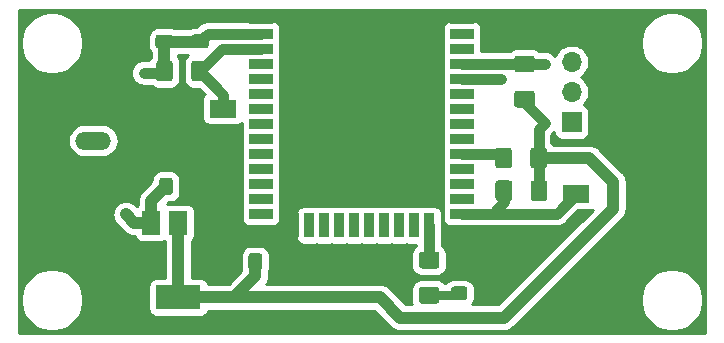
<source format=gtl>
G04 #@! TF.GenerationSoftware,KiCad,Pcbnew,(5.1.7-0-10_14)*
G04 #@! TF.CreationDate,2021-04-09T21:40:06+02:00*
G04 #@! TF.ProjectId,StralingslocatiePCB,53747261-6c69-46e6-9773-6c6f63617469,rev?*
G04 #@! TF.SameCoordinates,Original*
G04 #@! TF.FileFunction,Copper,L1,Top*
G04 #@! TF.FilePolarity,Positive*
%FSLAX46Y46*%
G04 Gerber Fmt 4.6, Leading zero omitted, Abs format (unit mm)*
G04 Created by KiCad (PCBNEW (5.1.7-0-10_14)) date 2021-04-09 21:40:06*
%MOMM*%
%LPD*%
G01*
G04 APERTURE LIST*
G04 #@! TA.AperFunction,SMDPad,CuDef*
%ADD10R,2.000000X0.900000*%
G04 #@! TD*
G04 #@! TA.AperFunction,SMDPad,CuDef*
%ADD11R,0.900000X2.000000*%
G04 #@! TD*
G04 #@! TA.AperFunction,SMDPad,CuDef*
%ADD12R,1.330000X1.330000*%
G04 #@! TD*
G04 #@! TA.AperFunction,ComponentPad*
%ADD13C,0.300000*%
G04 #@! TD*
G04 #@! TA.AperFunction,ComponentPad*
%ADD14O,1.700000X1.700000*%
G04 #@! TD*
G04 #@! TA.AperFunction,ComponentPad*
%ADD15R,1.700000X1.700000*%
G04 #@! TD*
G04 #@! TA.AperFunction,SMDPad,CuDef*
%ADD16R,2.300000X1.500000*%
G04 #@! TD*
G04 #@! TA.AperFunction,SMDPad,CuDef*
%ADD17R,3.800000X2.000000*%
G04 #@! TD*
G04 #@! TA.AperFunction,SMDPad,CuDef*
%ADD18R,1.500000X2.000000*%
G04 #@! TD*
G04 #@! TA.AperFunction,ComponentPad*
%ADD19O,3.014980X1.506220*%
G04 #@! TD*
G04 #@! TA.AperFunction,ViaPad*
%ADD20C,0.800000*%
G04 #@! TD*
G04 #@! TA.AperFunction,Conductor*
%ADD21C,0.406400*%
G04 #@! TD*
G04 #@! TA.AperFunction,Conductor*
%ADD22C,0.762000*%
G04 #@! TD*
G04 #@! TA.AperFunction,Conductor*
%ADD23C,1.016000*%
G04 #@! TD*
G04 #@! TA.AperFunction,Conductor*
%ADD24C,0.900000*%
G04 #@! TD*
G04 #@! TA.AperFunction,Conductor*
%ADD25C,0.254000*%
G04 #@! TD*
G04 #@! TA.AperFunction,Conductor*
%ADD26C,0.100000*%
G04 #@! TD*
G04 APERTURE END LIST*
D10*
X136702000Y-41160000D03*
X136702000Y-42430000D03*
X136702000Y-43700000D03*
X136702000Y-44970000D03*
X136702000Y-46240000D03*
X136702000Y-47510000D03*
X136702000Y-48780000D03*
X136702000Y-50050000D03*
X136702000Y-51320000D03*
X136702000Y-52590000D03*
X136702000Y-53860000D03*
X136702000Y-55130000D03*
X136702000Y-56400000D03*
X136702000Y-57670000D03*
D11*
X139487000Y-58670000D03*
X140757000Y-58670000D03*
X142027000Y-58670000D03*
X143297000Y-58670000D03*
X144567000Y-58670000D03*
X145837000Y-58670000D03*
X147107000Y-58670000D03*
X148377000Y-58670000D03*
X149647000Y-58670000D03*
X150917000Y-58670000D03*
D10*
X153702000Y-57670000D03*
X153702000Y-56400000D03*
X153702000Y-55130000D03*
X153702000Y-53860000D03*
X153702000Y-52590000D03*
X153702000Y-51320000D03*
X153702000Y-50050000D03*
X153702000Y-48780000D03*
X153702000Y-47510000D03*
X153702000Y-46240000D03*
X153702000Y-44970000D03*
X153702000Y-43700000D03*
X153702000Y-42430000D03*
X153702000Y-41160000D03*
D12*
X142367000Y-46825000D03*
X144202000Y-46825000D03*
X146037000Y-46825000D03*
X142367000Y-48660000D03*
X144202000Y-48660000D03*
X146037000Y-48660000D03*
X142367000Y-50495000D03*
X144202000Y-50495000D03*
X146037000Y-50495000D03*
D13*
X143284500Y-46825000D03*
X145119500Y-46825000D03*
X142367000Y-47742500D03*
X144202000Y-47742500D03*
X146037000Y-47742500D03*
X143284500Y-48660000D03*
X145119500Y-48660000D03*
X142367000Y-49577500D03*
X144202000Y-49577500D03*
X146037000Y-49577500D03*
X143284500Y-50495000D03*
X145119500Y-50495000D03*
G04 #@! TA.AperFunction,SMDPad,CuDef*
G36*
G01*
X130133500Y-55847725D02*
X130133500Y-54898275D01*
G75*
G02*
X130383775Y-54648000I250275J0D01*
G01*
X131058225Y-54648000D01*
G75*
G02*
X131308500Y-54898275I0J-250275D01*
G01*
X131308500Y-55847725D01*
G75*
G02*
X131058225Y-56098000I-250275J0D01*
G01*
X130383775Y-56098000D01*
G75*
G02*
X130133500Y-55847725I0J250275D01*
G01*
G37*
G04 #@! TD.AperFunction*
G04 #@! TA.AperFunction,SMDPad,CuDef*
G36*
G01*
X128058500Y-55848000D02*
X128058500Y-54898000D01*
G75*
G02*
X128308500Y-54648000I250000J0D01*
G01*
X128983500Y-54648000D01*
G75*
G02*
X129233500Y-54898000I0J-250000D01*
G01*
X129233500Y-55848000D01*
G75*
G02*
X128983500Y-56098000I-250000J0D01*
G01*
X128308500Y-56098000D01*
G75*
G02*
X128058500Y-55848000I0J250000D01*
G01*
G37*
G04 #@! TD.AperFunction*
G04 #@! TA.AperFunction,SMDPad,CuDef*
G36*
G01*
X132009000Y-43681000D02*
X131059000Y-43681000D01*
G75*
G02*
X130809000Y-43431000I0J250000D01*
G01*
X130809000Y-42756000D01*
G75*
G02*
X131059000Y-42506000I250000J0D01*
G01*
X132009000Y-42506000D01*
G75*
G02*
X132259000Y-42756000I0J-250000D01*
G01*
X132259000Y-43431000D01*
G75*
G02*
X132009000Y-43681000I-250000J0D01*
G01*
G37*
G04 #@! TD.AperFunction*
G04 #@! TA.AperFunction,SMDPad,CuDef*
G36*
G01*
X132008725Y-41606000D02*
X131059275Y-41606000D01*
G75*
G02*
X130809000Y-41355725I0J250275D01*
G01*
X130809000Y-40681275D01*
G75*
G02*
X131059275Y-40431000I250275J0D01*
G01*
X132008725Y-40431000D01*
G75*
G02*
X132259000Y-40681275I0J-250275D01*
G01*
X132259000Y-41355725D01*
G75*
G02*
X132008725Y-41606000I-250275J0D01*
G01*
G37*
G04 #@! TD.AperFunction*
G04 #@! TA.AperFunction,SMDPad,CuDef*
G36*
G01*
X137700000Y-62224725D02*
X137700000Y-61275275D01*
G75*
G02*
X137950275Y-61025000I250275J0D01*
G01*
X138624725Y-61025000D01*
G75*
G02*
X138875000Y-61275275I0J-250275D01*
G01*
X138875000Y-62224725D01*
G75*
G02*
X138624725Y-62475000I-250275J0D01*
G01*
X137950275Y-62475000D01*
G75*
G02*
X137700000Y-62224725I0J250275D01*
G01*
G37*
G04 #@! TD.AperFunction*
G04 #@! TA.AperFunction,SMDPad,CuDef*
G36*
G01*
X135625000Y-62225000D02*
X135625000Y-61275000D01*
G75*
G02*
X135875000Y-61025000I250000J0D01*
G01*
X136550000Y-61025000D01*
G75*
G02*
X136800000Y-61275000I0J-250000D01*
G01*
X136800000Y-62225000D01*
G75*
G02*
X136550000Y-62475000I-250000J0D01*
G01*
X135875000Y-62475000D01*
G75*
G02*
X135625000Y-62225000I0J250000D01*
G01*
G37*
G04 #@! TD.AperFunction*
G04 #@! TA.AperFunction,SMDPad,CuDef*
G36*
G01*
X128961000Y-43702500D02*
X128011000Y-43702500D01*
G75*
G02*
X127761000Y-43452500I0J250000D01*
G01*
X127761000Y-42777500D01*
G75*
G02*
X128011000Y-42527500I250000J0D01*
G01*
X128961000Y-42527500D01*
G75*
G02*
X129211000Y-42777500I0J-250000D01*
G01*
X129211000Y-43452500D01*
G75*
G02*
X128961000Y-43702500I-250000J0D01*
G01*
G37*
G04 #@! TD.AperFunction*
G04 #@! TA.AperFunction,SMDPad,CuDef*
G36*
G01*
X128960725Y-41627500D02*
X128011275Y-41627500D01*
G75*
G02*
X127761000Y-41377225I0J250275D01*
G01*
X127761000Y-40702775D01*
G75*
G02*
X128011275Y-40452500I250275J0D01*
G01*
X128960725Y-40452500D01*
G75*
G02*
X129211000Y-40702775I0J-250275D01*
G01*
X129211000Y-41377225D01*
G75*
G02*
X128960725Y-41627500I-250275J0D01*
G01*
G37*
G04 #@! TD.AperFunction*
G04 #@! TA.AperFunction,SMDPad,CuDef*
G36*
G01*
X153022550Y-61792000D02*
X153923450Y-61792000D01*
G75*
G02*
X154173000Y-62041550I0J-249550D01*
G01*
X154173000Y-62692450D01*
G75*
G02*
X153923450Y-62942000I-249550J0D01*
G01*
X153022550Y-62942000D01*
G75*
G02*
X152773000Y-62692450I0J249550D01*
G01*
X152773000Y-62041550D01*
G75*
G02*
X153022550Y-61792000I249550J0D01*
G01*
G37*
G04 #@! TD.AperFunction*
G04 #@! TA.AperFunction,SMDPad,CuDef*
G36*
G01*
X153022999Y-63842000D02*
X153923001Y-63842000D01*
G75*
G02*
X154173000Y-64091999I0J-249999D01*
G01*
X154173000Y-64742001D01*
G75*
G02*
X153923001Y-64992000I-249999J0D01*
G01*
X153022999Y-64992000D01*
G75*
G02*
X152773000Y-64742001I0J249999D01*
G01*
X152773000Y-64091999D01*
G75*
G02*
X153022999Y-63842000I249999J0D01*
G01*
G37*
G04 #@! TD.AperFunction*
D14*
X163000000Y-42310000D03*
X163000000Y-44850000D03*
X163000000Y-47390000D03*
D15*
X163000000Y-49930000D03*
G04 #@! TA.AperFunction,SMDPad,CuDef*
G36*
G01*
X159625000Y-45725000D02*
X158375000Y-45725000D01*
G75*
G02*
X158125000Y-45475000I0J250000D01*
G01*
X158125000Y-44550000D01*
G75*
G02*
X158375000Y-44300000I250000J0D01*
G01*
X159625000Y-44300000D01*
G75*
G02*
X159875000Y-44550000I0J-250000D01*
G01*
X159875000Y-45475000D01*
G75*
G02*
X159625000Y-45725000I-250000J0D01*
G01*
G37*
G04 #@! TD.AperFunction*
G04 #@! TA.AperFunction,SMDPad,CuDef*
G36*
G01*
X159625000Y-48700000D02*
X158375000Y-48700000D01*
G75*
G02*
X158125000Y-48450000I0J250000D01*
G01*
X158125000Y-47525000D01*
G75*
G02*
X158375000Y-47275000I250000J0D01*
G01*
X159625000Y-47275000D01*
G75*
G02*
X159875000Y-47525000I0J-250000D01*
G01*
X159875000Y-48450000D01*
G75*
G02*
X159625000Y-48700000I-250000J0D01*
G01*
G37*
G04 #@! TD.AperFunction*
G04 #@! TA.AperFunction,SMDPad,CuDef*
G36*
G01*
X132210000Y-44987000D02*
X132210000Y-46237000D01*
G75*
G02*
X131960000Y-46487000I-250000J0D01*
G01*
X131035000Y-46487000D01*
G75*
G02*
X130785000Y-46237000I0J250000D01*
G01*
X130785000Y-44987000D01*
G75*
G02*
X131035000Y-44737000I250000J0D01*
G01*
X131960000Y-44737000D01*
G75*
G02*
X132210000Y-44987000I0J-250000D01*
G01*
G37*
G04 #@! TD.AperFunction*
G04 #@! TA.AperFunction,SMDPad,CuDef*
G36*
G01*
X129235000Y-44987000D02*
X129235000Y-46237000D01*
G75*
G02*
X128985000Y-46487000I-250000J0D01*
G01*
X128060000Y-46487000D01*
G75*
G02*
X127810000Y-46237000I0J250000D01*
G01*
X127810000Y-44987000D01*
G75*
G02*
X128060000Y-44737000I250000J0D01*
G01*
X128985000Y-44737000D01*
G75*
G02*
X129235000Y-44987000I0J-250000D01*
G01*
G37*
G04 #@! TD.AperFunction*
G04 #@! TA.AperFunction,SMDPad,CuDef*
G36*
G01*
X151558000Y-65301500D02*
X150308000Y-65301500D01*
G75*
G02*
X150058000Y-65051500I0J250000D01*
G01*
X150058000Y-64126500D01*
G75*
G02*
X150308000Y-63876500I250000J0D01*
G01*
X151558000Y-63876500D01*
G75*
G02*
X151808000Y-64126500I0J-250000D01*
G01*
X151808000Y-65051500D01*
G75*
G02*
X151558000Y-65301500I-250000J0D01*
G01*
G37*
G04 #@! TD.AperFunction*
G04 #@! TA.AperFunction,SMDPad,CuDef*
G36*
G01*
X151558000Y-62326500D02*
X150308000Y-62326500D01*
G75*
G02*
X150058000Y-62076500I0J250000D01*
G01*
X150058000Y-61151500D01*
G75*
G02*
X150308000Y-60901500I250000J0D01*
G01*
X151558000Y-60901500D01*
G75*
G02*
X151808000Y-61151500I0J-250000D01*
G01*
X151808000Y-62076500D01*
G75*
G02*
X151558000Y-62326500I-250000J0D01*
G01*
G37*
G04 #@! TD.AperFunction*
G04 #@! TA.AperFunction,SMDPad,CuDef*
G36*
G01*
X159491500Y-53603000D02*
X159491500Y-52353000D01*
G75*
G02*
X159741500Y-52103000I250000J0D01*
G01*
X160666500Y-52103000D01*
G75*
G02*
X160916500Y-52353000I0J-250000D01*
G01*
X160916500Y-53603000D01*
G75*
G02*
X160666500Y-53853000I-250000J0D01*
G01*
X159741500Y-53853000D01*
G75*
G02*
X159491500Y-53603000I0J250000D01*
G01*
G37*
G04 #@! TD.AperFunction*
G04 #@! TA.AperFunction,SMDPad,CuDef*
G36*
G01*
X156516500Y-53603000D02*
X156516500Y-52353000D01*
G75*
G02*
X156766500Y-52103000I250000J0D01*
G01*
X157691500Y-52103000D01*
G75*
G02*
X157941500Y-52353000I0J-250000D01*
G01*
X157941500Y-53603000D01*
G75*
G02*
X157691500Y-53853000I-250000J0D01*
G01*
X156766500Y-53853000D01*
G75*
G02*
X156516500Y-53603000I0J250000D01*
G01*
G37*
G04 #@! TD.AperFunction*
G04 #@! TA.AperFunction,SMDPad,CuDef*
G36*
G01*
X157975000Y-55125000D02*
X157975000Y-56375000D01*
G75*
G02*
X157725000Y-56625000I-250000J0D01*
G01*
X156800000Y-56625000D01*
G75*
G02*
X156550000Y-56375000I0J250000D01*
G01*
X156550000Y-55125000D01*
G75*
G02*
X156800000Y-54875000I250000J0D01*
G01*
X157725000Y-54875000D01*
G75*
G02*
X157975000Y-55125000I0J-250000D01*
G01*
G37*
G04 #@! TD.AperFunction*
G04 #@! TA.AperFunction,SMDPad,CuDef*
G36*
G01*
X160950000Y-55125000D02*
X160950000Y-56375000D01*
G75*
G02*
X160700000Y-56625000I-250000J0D01*
G01*
X159775000Y-56625000D01*
G75*
G02*
X159525000Y-56375000I0J250000D01*
G01*
X159525000Y-55125000D01*
G75*
G02*
X159775000Y-54875000I250000J0D01*
G01*
X160700000Y-54875000D01*
G75*
G02*
X160950000Y-55125000I0J-250000D01*
G01*
G37*
G04 #@! TD.AperFunction*
D16*
X133503000Y-48787000D03*
X126803000Y-48787000D03*
X163400000Y-56000000D03*
X170100000Y-56000000D03*
D17*
X129705000Y-64771000D03*
D18*
X129705000Y-58471000D03*
X127405000Y-58471000D03*
X132005000Y-58471000D03*
D19*
X122500000Y-51502480D03*
X122500000Y-54997520D03*
D20*
X125250000Y-57750000D03*
X160750000Y-50000000D03*
X134000000Y-64750000D03*
X126750000Y-45750000D03*
X160750000Y-45000000D03*
X157000000Y-46250000D03*
D21*
X149654790Y-58677790D02*
X149647000Y-58670000D01*
D22*
X153301000Y-64589000D02*
X153473000Y-64417000D01*
X150933000Y-64589000D02*
X153301000Y-64589000D01*
D23*
X142367000Y-46825000D02*
X144202000Y-46825000D01*
X144202000Y-46825000D02*
X146037000Y-46825000D01*
X142367000Y-46825000D02*
X142367000Y-48660000D01*
X142367000Y-48660000D02*
X142367000Y-50495000D01*
X142367000Y-50495000D02*
X144202000Y-50495000D01*
X144202000Y-50495000D02*
X144202000Y-48660000D01*
X144202000Y-48660000D02*
X142367000Y-48660000D01*
X144202000Y-48660000D02*
X144202000Y-46825000D01*
X144202000Y-48660000D02*
X146037000Y-48660000D01*
X144202000Y-50495000D02*
X146037000Y-50495000D01*
X146037000Y-50495000D02*
X146037000Y-48660000D01*
X127405000Y-56614000D02*
X128646000Y-55373000D01*
X127405000Y-58471000D02*
X127405000Y-56614000D01*
X122500000Y-51502480D02*
X122502480Y-51502480D01*
X125971000Y-58471000D02*
X125250000Y-57750000D01*
X127405000Y-58471000D02*
X125971000Y-58471000D01*
X131512500Y-43115000D02*
X131534000Y-43093500D01*
X128486000Y-43115000D02*
X131512500Y-43115000D01*
X128486000Y-45575500D02*
X128522500Y-45612000D01*
X128486000Y-43115000D02*
X128486000Y-45575500D01*
X133515000Y-64771000D02*
X129705000Y-64771000D01*
X129705000Y-64771000D02*
X129705000Y-58471000D01*
X129705000Y-64771000D02*
X129705000Y-64705000D01*
X146771000Y-64771000D02*
X148500000Y-66500000D01*
X148500000Y-66500000D02*
X155500000Y-66500000D01*
X133515000Y-64771000D02*
X134271000Y-64771000D01*
X135021000Y-64771000D02*
X134771000Y-64771000D01*
X134771000Y-64771000D02*
X146771000Y-64771000D01*
X134271000Y-64771000D02*
X134771000Y-64771000D01*
D24*
X160204000Y-55716500D02*
X160237500Y-55750000D01*
X160204000Y-52978000D02*
X160204000Y-55716500D01*
X159000000Y-48250000D02*
X160750000Y-50000000D01*
X159000000Y-47987500D02*
X159000000Y-48250000D01*
X160204000Y-50546000D02*
X160750000Y-50000000D01*
X160204000Y-52978000D02*
X160204000Y-50546000D01*
D23*
X155500000Y-66500000D02*
X157250000Y-66500000D01*
X157250000Y-66500000D02*
X166500000Y-57250000D01*
X166500000Y-57250000D02*
X166500000Y-55000000D01*
X164478000Y-52978000D02*
X160204000Y-52978000D01*
X166500000Y-55000000D02*
X164478000Y-52978000D01*
D24*
X128384500Y-45750000D02*
X128522500Y-45612000D01*
X126750000Y-45750000D02*
X128384500Y-45750000D01*
D23*
X136212500Y-61750000D02*
X136212500Y-62962500D01*
X134425000Y-64750000D02*
X134000000Y-64750000D01*
X136212500Y-62962500D02*
X134425000Y-64750000D01*
D24*
X132197500Y-42430000D02*
X131534000Y-43093500D01*
X134702000Y-42430000D02*
X132197500Y-42430000D01*
X134702000Y-42430000D02*
X136702000Y-42430000D01*
D22*
X156841000Y-52590000D02*
X157229000Y-52978000D01*
D24*
X153702000Y-52590000D02*
X156841000Y-52590000D01*
X158957500Y-44970000D02*
X159000000Y-45012500D01*
X153702000Y-44970000D02*
X158957500Y-44970000D01*
X160737500Y-45012500D02*
X160750000Y-45000000D01*
X159000000Y-45012500D02*
X160737500Y-45012500D01*
X156990000Y-46240000D02*
X157000000Y-46250000D01*
X153702000Y-46240000D02*
X156990000Y-46240000D01*
D22*
X150933000Y-58686000D02*
X150917000Y-58670000D01*
D24*
X150917000Y-61598000D02*
X150933000Y-61614000D01*
X150917000Y-58670000D02*
X150917000Y-61598000D01*
D23*
X133497500Y-48781500D02*
X133503000Y-48787000D01*
D24*
X133409500Y-43700000D02*
X131497500Y-45612000D01*
X136702000Y-43700000D02*
X133409500Y-43700000D01*
X133503000Y-47617500D02*
X131497500Y-45612000D01*
X133503000Y-48787000D02*
X133503000Y-47617500D01*
X153702000Y-57670000D02*
X156330000Y-57670000D01*
X157262500Y-56737500D02*
X157262500Y-55750000D01*
X156330000Y-57670000D02*
X157262500Y-56737500D01*
X161730000Y-57670000D02*
X163400000Y-56000000D01*
X156330000Y-57670000D02*
X161730000Y-57670000D01*
D25*
X174315001Y-67815000D02*
X116185000Y-67815000D01*
X116185000Y-64740475D01*
X116365000Y-64740475D01*
X116365000Y-65259525D01*
X116466261Y-65768601D01*
X116664893Y-66248141D01*
X116953262Y-66679715D01*
X117320285Y-67046738D01*
X117751859Y-67335107D01*
X118231399Y-67533739D01*
X118740475Y-67635000D01*
X119259525Y-67635000D01*
X119768601Y-67533739D01*
X120248141Y-67335107D01*
X120679715Y-67046738D01*
X121046738Y-66679715D01*
X121335107Y-66248141D01*
X121533739Y-65768601D01*
X121635000Y-65259525D01*
X121635000Y-64740475D01*
X121533739Y-64231399D01*
X121335107Y-63751859D01*
X121046738Y-63320285D01*
X120679715Y-62953262D01*
X120248141Y-62664893D01*
X119768601Y-62466261D01*
X119259525Y-62365000D01*
X118740475Y-62365000D01*
X118231399Y-62466261D01*
X117751859Y-62664893D01*
X117320285Y-62953262D01*
X116953262Y-63320285D01*
X116664893Y-63751859D01*
X116466261Y-64231399D01*
X116365000Y-64740475D01*
X116185000Y-64740475D01*
X116185000Y-57750000D01*
X124101471Y-57750000D01*
X124123539Y-57974067D01*
X124188898Y-58189523D01*
X124295033Y-58388088D01*
X124402076Y-58518521D01*
X125123072Y-59239517D01*
X125158867Y-59283133D01*
X125332911Y-59425968D01*
X125531477Y-59532103D01*
X125681574Y-59577635D01*
X125746932Y-59597461D01*
X125767517Y-59599488D01*
X125914854Y-59614000D01*
X125914861Y-59614000D01*
X125971000Y-59619529D01*
X126027139Y-59614000D01*
X126034805Y-59614000D01*
X126065498Y-59715180D01*
X126124463Y-59825494D01*
X126203815Y-59922185D01*
X126300506Y-60001537D01*
X126410820Y-60060502D01*
X126530518Y-60096812D01*
X126655000Y-60109072D01*
X128155000Y-60109072D01*
X128279482Y-60096812D01*
X128399180Y-60060502D01*
X128509494Y-60001537D01*
X128555000Y-59964191D01*
X128562001Y-59969937D01*
X128562000Y-63132928D01*
X127805000Y-63132928D01*
X127680518Y-63145188D01*
X127560820Y-63181498D01*
X127450506Y-63240463D01*
X127353815Y-63319815D01*
X127274463Y-63416506D01*
X127215498Y-63526820D01*
X127179188Y-63646518D01*
X127166928Y-63771000D01*
X127166928Y-65771000D01*
X127179188Y-65895482D01*
X127215498Y-66015180D01*
X127274463Y-66125494D01*
X127353815Y-66222185D01*
X127450506Y-66301537D01*
X127560820Y-66360502D01*
X127680518Y-66396812D01*
X127805000Y-66409072D01*
X131605000Y-66409072D01*
X131729482Y-66396812D01*
X131849180Y-66360502D01*
X131959494Y-66301537D01*
X132056185Y-66222185D01*
X132135537Y-66125494D01*
X132194502Y-66015180D01*
X132225195Y-65914000D01*
X146297555Y-65914000D01*
X147652081Y-67268528D01*
X147687867Y-67312133D01*
X147731471Y-67347918D01*
X147731477Y-67347924D01*
X147842117Y-67438723D01*
X147861911Y-67454968D01*
X148060477Y-67561103D01*
X148210574Y-67606635D01*
X148275932Y-67626461D01*
X148298600Y-67628694D01*
X148443854Y-67643000D01*
X148443860Y-67643000D01*
X148499999Y-67648529D01*
X148556138Y-67643000D01*
X157193861Y-67643000D01*
X157250000Y-67648529D01*
X157306139Y-67643000D01*
X157306146Y-67643000D01*
X157474067Y-67626461D01*
X157689523Y-67561103D01*
X157888089Y-67454968D01*
X158062133Y-67312133D01*
X158097928Y-67268517D01*
X160625970Y-64740475D01*
X168865000Y-64740475D01*
X168865000Y-65259525D01*
X168966261Y-65768601D01*
X169164893Y-66248141D01*
X169453262Y-66679715D01*
X169820285Y-67046738D01*
X170251859Y-67335107D01*
X170731399Y-67533739D01*
X171240475Y-67635000D01*
X171759525Y-67635000D01*
X172268601Y-67533739D01*
X172748141Y-67335107D01*
X173179715Y-67046738D01*
X173546738Y-66679715D01*
X173835107Y-66248141D01*
X174033739Y-65768601D01*
X174135000Y-65259525D01*
X174135000Y-64740475D01*
X174033739Y-64231399D01*
X173835107Y-63751859D01*
X173546738Y-63320285D01*
X173179715Y-62953262D01*
X172748141Y-62664893D01*
X172268601Y-62466261D01*
X171759525Y-62365000D01*
X171240475Y-62365000D01*
X170731399Y-62466261D01*
X170251859Y-62664893D01*
X169820285Y-62953262D01*
X169453262Y-63320285D01*
X169164893Y-63751859D01*
X168966261Y-64231399D01*
X168865000Y-64740475D01*
X160625970Y-64740475D01*
X167268524Y-58097922D01*
X167312133Y-58062133D01*
X167454968Y-57888089D01*
X167561103Y-57689523D01*
X167626461Y-57474067D01*
X167643000Y-57306146D01*
X167643000Y-57306140D01*
X167648529Y-57250001D01*
X167643000Y-57193862D01*
X167643000Y-55056139D01*
X167648529Y-55000000D01*
X167643000Y-54943861D01*
X167643000Y-54943854D01*
X167626461Y-54775933D01*
X167614018Y-54734912D01*
X167591444Y-54660498D01*
X167561103Y-54560477D01*
X167454968Y-54361911D01*
X167312133Y-54187867D01*
X167268523Y-54152077D01*
X165325927Y-52209482D01*
X165290133Y-52165867D01*
X165116089Y-52023032D01*
X164917523Y-51916897D01*
X164702067Y-51851539D01*
X164534146Y-51835000D01*
X164534139Y-51835000D01*
X164478000Y-51829471D01*
X164421861Y-51835000D01*
X161384705Y-51835000D01*
X161294462Y-51725038D01*
X161289000Y-51720555D01*
X161289000Y-50995421D01*
X161479528Y-50804893D01*
X161511928Y-50778303D01*
X161511928Y-50780000D01*
X161524188Y-50904482D01*
X161560498Y-51024180D01*
X161619463Y-51134494D01*
X161698815Y-51231185D01*
X161795506Y-51310537D01*
X161905820Y-51369502D01*
X162025518Y-51405812D01*
X162150000Y-51418072D01*
X163850000Y-51418072D01*
X163974482Y-51405812D01*
X164094180Y-51369502D01*
X164204494Y-51310537D01*
X164301185Y-51231185D01*
X164380537Y-51134494D01*
X164439502Y-51024180D01*
X164475812Y-50904482D01*
X164488072Y-50780000D01*
X164488072Y-49080000D01*
X164475812Y-48955518D01*
X164439502Y-48835820D01*
X164380537Y-48725506D01*
X164301185Y-48628815D01*
X164204494Y-48549463D01*
X164094180Y-48490498D01*
X164021620Y-48468487D01*
X164153475Y-48336632D01*
X164315990Y-48093411D01*
X164427932Y-47823158D01*
X164485000Y-47536260D01*
X164485000Y-47243740D01*
X164427932Y-46956842D01*
X164315990Y-46686589D01*
X164153475Y-46443368D01*
X163946632Y-46236525D01*
X163772240Y-46120000D01*
X163946632Y-46003475D01*
X164153475Y-45796632D01*
X164315990Y-45553411D01*
X164427932Y-45283158D01*
X164485000Y-44996260D01*
X164485000Y-44703740D01*
X164427932Y-44416842D01*
X164315990Y-44146589D01*
X164153475Y-43903368D01*
X163946632Y-43696525D01*
X163703411Y-43534010D01*
X163433158Y-43422068D01*
X163146260Y-43365000D01*
X162853740Y-43365000D01*
X162566842Y-43422068D01*
X162296589Y-43534010D01*
X162053368Y-43696525D01*
X161846525Y-43903368D01*
X161684010Y-44146589D01*
X161606599Y-44333475D01*
X161520922Y-44229078D01*
X161355710Y-44093491D01*
X161167220Y-43992742D01*
X160962697Y-43930700D01*
X160750000Y-43909752D01*
X160569795Y-43927500D01*
X160257445Y-43927500D01*
X160252962Y-43922038D01*
X160118386Y-43811595D01*
X159964850Y-43729528D01*
X159798254Y-43678992D01*
X159625000Y-43661928D01*
X158375000Y-43661928D01*
X158201746Y-43678992D01*
X158035150Y-43729528D01*
X157881614Y-43811595D01*
X157792169Y-43885000D01*
X155340072Y-43885000D01*
X155340072Y-43250000D01*
X155327812Y-43125518D01*
X155309454Y-43065000D01*
X155327812Y-43004482D01*
X155329191Y-42990475D01*
X168865000Y-42990475D01*
X168865000Y-43509525D01*
X168966261Y-44018601D01*
X169164893Y-44498141D01*
X169453262Y-44929715D01*
X169820285Y-45296738D01*
X170251859Y-45585107D01*
X170731399Y-45783739D01*
X171240475Y-45885000D01*
X171759525Y-45885000D01*
X172268601Y-45783739D01*
X172748141Y-45585107D01*
X173179715Y-45296738D01*
X173546738Y-44929715D01*
X173835107Y-44498141D01*
X174033739Y-44018601D01*
X174135000Y-43509525D01*
X174135000Y-42990475D01*
X174033739Y-42481399D01*
X173835107Y-42001859D01*
X173546738Y-41570285D01*
X173179715Y-41203262D01*
X172748141Y-40914893D01*
X172268601Y-40716261D01*
X171759525Y-40615000D01*
X171240475Y-40615000D01*
X170731399Y-40716261D01*
X170251859Y-40914893D01*
X169820285Y-41203262D01*
X169453262Y-41570285D01*
X169164893Y-42001859D01*
X168966261Y-42481399D01*
X168865000Y-42990475D01*
X155329191Y-42990475D01*
X155340072Y-42880000D01*
X155340072Y-41980000D01*
X155327812Y-41855518D01*
X155291502Y-41735820D01*
X155232537Y-41625506D01*
X155153185Y-41528815D01*
X155056494Y-41449463D01*
X154946180Y-41390498D01*
X154826482Y-41354188D01*
X154702000Y-41341928D01*
X152702000Y-41341928D01*
X152577518Y-41354188D01*
X152457820Y-41390498D01*
X152347506Y-41449463D01*
X152250815Y-41528815D01*
X152171463Y-41625506D01*
X152112498Y-41735820D01*
X152076188Y-41855518D01*
X152063928Y-41980000D01*
X152063928Y-42880000D01*
X152076188Y-43004482D01*
X152094546Y-43065000D01*
X152076188Y-43125518D01*
X152063928Y-43250000D01*
X152063928Y-44150000D01*
X152076188Y-44274482D01*
X152094546Y-44335000D01*
X152076188Y-44395518D01*
X152063928Y-44520000D01*
X152063928Y-45420000D01*
X152076188Y-45544482D01*
X152094546Y-45605000D01*
X152076188Y-45665518D01*
X152063928Y-45790000D01*
X152063928Y-46690000D01*
X152076188Y-46814482D01*
X152094546Y-46875000D01*
X152076188Y-46935518D01*
X152063928Y-47060000D01*
X152063928Y-47960000D01*
X152076188Y-48084482D01*
X152094546Y-48145000D01*
X152076188Y-48205518D01*
X152063928Y-48330000D01*
X152063928Y-49230000D01*
X152076188Y-49354482D01*
X152094546Y-49415000D01*
X152076188Y-49475518D01*
X152063928Y-49600000D01*
X152063928Y-50500000D01*
X152076188Y-50624482D01*
X152094546Y-50685000D01*
X152076188Y-50745518D01*
X152063928Y-50870000D01*
X152063928Y-51770000D01*
X152076188Y-51894482D01*
X152094546Y-51955000D01*
X152076188Y-52015518D01*
X152063928Y-52140000D01*
X152063928Y-53040000D01*
X152076188Y-53164482D01*
X152094546Y-53225000D01*
X152076188Y-53285518D01*
X152063928Y-53410000D01*
X152063928Y-54310000D01*
X152076188Y-54434482D01*
X152094546Y-54495000D01*
X152076188Y-54555518D01*
X152063928Y-54680000D01*
X152063928Y-55580000D01*
X152076188Y-55704482D01*
X152094546Y-55765000D01*
X152076188Y-55825518D01*
X152063928Y-55950000D01*
X152063928Y-56850000D01*
X152076188Y-56974482D01*
X152094546Y-57035000D01*
X152076188Y-57095518D01*
X152063928Y-57220000D01*
X152063928Y-58120000D01*
X152076188Y-58244482D01*
X152112498Y-58364180D01*
X152171463Y-58474494D01*
X152250815Y-58571185D01*
X152347506Y-58650537D01*
X152457820Y-58709502D01*
X152577518Y-58745812D01*
X152702000Y-58758072D01*
X154702000Y-58758072D01*
X154733192Y-58755000D01*
X156276714Y-58755000D01*
X156330000Y-58760248D01*
X156383286Y-58755000D01*
X161676714Y-58755000D01*
X161730000Y-58760248D01*
X161783286Y-58755000D01*
X161783294Y-58755000D01*
X161942697Y-58739300D01*
X162147220Y-58677259D01*
X162335710Y-58576509D01*
X162500922Y-58440922D01*
X162534895Y-58399526D01*
X163546350Y-57388072D01*
X164550000Y-57388072D01*
X164674482Y-57375812D01*
X164793996Y-57339558D01*
X156776555Y-65357000D01*
X154561600Y-65357000D01*
X154661405Y-65235387D01*
X154743472Y-65081851D01*
X154794008Y-64915255D01*
X154811072Y-64742001D01*
X154811072Y-64091999D01*
X154794008Y-63918745D01*
X154743472Y-63752149D01*
X154661405Y-63598613D01*
X154550962Y-63464038D01*
X154416387Y-63353595D01*
X154262851Y-63271528D01*
X154096255Y-63220992D01*
X153923001Y-63203928D01*
X153022999Y-63203928D01*
X152849745Y-63220992D01*
X152683149Y-63271528D01*
X152529613Y-63353595D01*
X152395038Y-63464038D01*
X152305615Y-63573000D01*
X152247071Y-63573000D01*
X152185962Y-63498538D01*
X152051386Y-63388095D01*
X151897850Y-63306028D01*
X151731254Y-63255492D01*
X151558000Y-63238428D01*
X150308000Y-63238428D01*
X150134746Y-63255492D01*
X149968150Y-63306028D01*
X149814614Y-63388095D01*
X149680038Y-63498538D01*
X149569595Y-63633114D01*
X149487528Y-63786650D01*
X149436992Y-63953246D01*
X149419928Y-64126500D01*
X149419928Y-65051500D01*
X149436992Y-65224754D01*
X149477108Y-65357000D01*
X148973447Y-65357000D01*
X147618927Y-64002482D01*
X147583133Y-63958867D01*
X147409089Y-63816032D01*
X147210523Y-63709897D01*
X146995067Y-63644539D01*
X146827146Y-63628000D01*
X146827139Y-63628000D01*
X146771000Y-63622471D01*
X146714861Y-63628000D01*
X137144972Y-63628000D01*
X137167468Y-63600589D01*
X137265862Y-63416506D01*
X137273603Y-63402024D01*
X137338961Y-63186568D01*
X137340988Y-63165983D01*
X137355500Y-63018646D01*
X137355500Y-63018639D01*
X137361029Y-62962500D01*
X137355500Y-62906361D01*
X137355500Y-62592861D01*
X137370472Y-62564850D01*
X137421008Y-62398254D01*
X137438072Y-62225000D01*
X137438072Y-61275000D01*
X137421008Y-61101746D01*
X137370472Y-60935150D01*
X137288405Y-60781614D01*
X137177962Y-60647038D01*
X137043386Y-60536595D01*
X136889850Y-60454528D01*
X136723254Y-60403992D01*
X136550000Y-60386928D01*
X135875000Y-60386928D01*
X135701746Y-60403992D01*
X135535150Y-60454528D01*
X135381614Y-60536595D01*
X135247038Y-60647038D01*
X135136595Y-60781614D01*
X135054528Y-60935150D01*
X135003992Y-61101746D01*
X134986928Y-61275000D01*
X134986928Y-62225000D01*
X135003992Y-62398254D01*
X135040372Y-62518183D01*
X133951555Y-63607000D01*
X133943854Y-63607000D01*
X133775933Y-63623539D01*
X133761227Y-63628000D01*
X132225195Y-63628000D01*
X132194502Y-63526820D01*
X132135537Y-63416506D01*
X132056185Y-63319815D01*
X131959494Y-63240463D01*
X131849180Y-63181498D01*
X131729482Y-63145188D01*
X131605000Y-63132928D01*
X130848000Y-63132928D01*
X130848000Y-59969936D01*
X130906185Y-59922185D01*
X130985537Y-59825494D01*
X131044502Y-59715180D01*
X131080812Y-59595482D01*
X131093072Y-59471000D01*
X131093072Y-57471000D01*
X131080812Y-57346518D01*
X131044502Y-57226820D01*
X130985537Y-57116506D01*
X130906185Y-57019815D01*
X130809494Y-56940463D01*
X130699180Y-56881498D01*
X130579482Y-56845188D01*
X130455000Y-56832928D01*
X128955000Y-56832928D01*
X128830518Y-56845188D01*
X128772727Y-56862719D01*
X128899374Y-56736072D01*
X128983500Y-56736072D01*
X129156754Y-56719008D01*
X129323350Y-56668472D01*
X129476886Y-56586405D01*
X129611462Y-56475962D01*
X129721905Y-56341386D01*
X129803972Y-56187850D01*
X129854508Y-56021254D01*
X129871572Y-55848000D01*
X129871572Y-54898000D01*
X129854508Y-54724746D01*
X129803972Y-54558150D01*
X129721905Y-54404614D01*
X129611462Y-54270038D01*
X129476886Y-54159595D01*
X129323350Y-54077528D01*
X129156754Y-54026992D01*
X128983500Y-54009928D01*
X128308500Y-54009928D01*
X128135246Y-54026992D01*
X127968650Y-54077528D01*
X127815114Y-54159595D01*
X127680538Y-54270038D01*
X127570095Y-54404614D01*
X127488028Y-54558150D01*
X127437492Y-54724746D01*
X127420428Y-54898000D01*
X127420428Y-54982126D01*
X126636478Y-55766077D01*
X126592868Y-55801867D01*
X126557078Y-55845477D01*
X126557076Y-55845479D01*
X126555007Y-55848000D01*
X126450033Y-55975911D01*
X126371125Y-56123539D01*
X126343898Y-56174477D01*
X126278539Y-56389933D01*
X126256471Y-56614000D01*
X126262001Y-56670148D01*
X126262001Y-56972063D01*
X126203815Y-57019815D01*
X126173364Y-57056919D01*
X126018521Y-56902076D01*
X125888088Y-56795033D01*
X125689523Y-56688898D01*
X125474067Y-56623539D01*
X125250000Y-56601471D01*
X125025933Y-56623539D01*
X124810477Y-56688898D01*
X124611912Y-56795033D01*
X124437867Y-56937867D01*
X124295033Y-57111912D01*
X124188898Y-57310477D01*
X124123539Y-57525933D01*
X124101471Y-57750000D01*
X116185000Y-57750000D01*
X116185000Y-51502480D01*
X120350794Y-51502480D01*
X120377595Y-51774597D01*
X120456969Y-52036257D01*
X120585865Y-52277404D01*
X120759329Y-52488771D01*
X120970696Y-52662235D01*
X121211843Y-52791131D01*
X121473503Y-52870505D01*
X121677431Y-52890590D01*
X123322569Y-52890590D01*
X123526497Y-52870505D01*
X123788157Y-52791131D01*
X124029304Y-52662235D01*
X124240671Y-52488771D01*
X124414135Y-52277404D01*
X124543031Y-52036257D01*
X124622405Y-51774597D01*
X124649206Y-51502480D01*
X124622405Y-51230363D01*
X124543031Y-50968703D01*
X124414135Y-50727556D01*
X124240671Y-50516189D01*
X124029304Y-50342725D01*
X123788157Y-50213829D01*
X123526497Y-50134455D01*
X123322569Y-50114370D01*
X121677431Y-50114370D01*
X121473503Y-50134455D01*
X121211843Y-50213829D01*
X120970696Y-50342725D01*
X120759329Y-50516189D01*
X120585865Y-50727556D01*
X120456969Y-50968703D01*
X120377595Y-51230363D01*
X120350794Y-51502480D01*
X116185000Y-51502480D01*
X116185000Y-42990475D01*
X116365000Y-42990475D01*
X116365000Y-43509525D01*
X116466261Y-44018601D01*
X116664893Y-44498141D01*
X116953262Y-44929715D01*
X117320285Y-45296738D01*
X117751859Y-45585107D01*
X118231399Y-45783739D01*
X118740475Y-45885000D01*
X119259525Y-45885000D01*
X119768601Y-45783739D01*
X119850054Y-45750000D01*
X125659751Y-45750000D01*
X125680700Y-45962697D01*
X125742741Y-46167220D01*
X125843491Y-46355710D01*
X125979078Y-46520922D01*
X126144290Y-46656509D01*
X126332780Y-46757259D01*
X126537303Y-46819300D01*
X126696706Y-46835000D01*
X127407449Y-46835000D01*
X127432038Y-46864962D01*
X127566614Y-46975405D01*
X127720150Y-47057472D01*
X127886746Y-47108008D01*
X128060000Y-47125072D01*
X128985000Y-47125072D01*
X129158254Y-47108008D01*
X129324850Y-47057472D01*
X129478386Y-46975405D01*
X129612962Y-46864962D01*
X129723405Y-46730386D01*
X129805472Y-46576850D01*
X129856008Y-46410254D01*
X129873072Y-46237000D01*
X129873072Y-44987000D01*
X129856008Y-44813746D01*
X129805472Y-44647150D01*
X129723405Y-44493614D01*
X129629000Y-44378580D01*
X129629000Y-44258000D01*
X130530154Y-44258000D01*
X130407038Y-44359038D01*
X130296595Y-44493614D01*
X130214528Y-44647150D01*
X130163992Y-44813746D01*
X130146928Y-44987000D01*
X130146928Y-46237000D01*
X130163992Y-46410254D01*
X130214528Y-46576850D01*
X130296595Y-46730386D01*
X130407038Y-46864962D01*
X130541614Y-46975405D01*
X130695150Y-47057472D01*
X130861746Y-47108008D01*
X131035000Y-47125072D01*
X131476151Y-47125072D01*
X131921082Y-47570003D01*
X131901815Y-47585815D01*
X131822463Y-47682506D01*
X131763498Y-47792820D01*
X131727188Y-47912518D01*
X131714928Y-48037000D01*
X131714928Y-49537000D01*
X131727188Y-49661482D01*
X131763498Y-49781180D01*
X131822463Y-49891494D01*
X131901815Y-49988185D01*
X131998506Y-50067537D01*
X132108820Y-50126502D01*
X132228518Y-50162812D01*
X132353000Y-50175072D01*
X134653000Y-50175072D01*
X134777482Y-50162812D01*
X134897180Y-50126502D01*
X135007494Y-50067537D01*
X135063928Y-50021223D01*
X135063928Y-50500000D01*
X135076188Y-50624482D01*
X135094546Y-50685000D01*
X135076188Y-50745518D01*
X135063928Y-50870000D01*
X135063928Y-51770000D01*
X135076188Y-51894482D01*
X135094546Y-51955000D01*
X135076188Y-52015518D01*
X135063928Y-52140000D01*
X135063928Y-53040000D01*
X135076188Y-53164482D01*
X135094546Y-53225000D01*
X135076188Y-53285518D01*
X135063928Y-53410000D01*
X135063928Y-54310000D01*
X135076188Y-54434482D01*
X135094546Y-54495000D01*
X135076188Y-54555518D01*
X135063928Y-54680000D01*
X135063928Y-55580000D01*
X135076188Y-55704482D01*
X135094546Y-55765000D01*
X135076188Y-55825518D01*
X135063928Y-55950000D01*
X135063928Y-56850000D01*
X135076188Y-56974482D01*
X135094546Y-57035000D01*
X135076188Y-57095518D01*
X135063928Y-57220000D01*
X135063928Y-58120000D01*
X135076188Y-58244482D01*
X135112498Y-58364180D01*
X135171463Y-58474494D01*
X135250815Y-58571185D01*
X135347506Y-58650537D01*
X135457820Y-58709502D01*
X135577518Y-58745812D01*
X135702000Y-58758072D01*
X137702000Y-58758072D01*
X137826482Y-58745812D01*
X137946180Y-58709502D01*
X138056494Y-58650537D01*
X138153185Y-58571185D01*
X138232537Y-58474494D01*
X138291502Y-58364180D01*
X138327812Y-58244482D01*
X138340072Y-58120000D01*
X138340072Y-57670000D01*
X139668928Y-57670000D01*
X139668928Y-59670000D01*
X139681188Y-59794482D01*
X139717498Y-59914180D01*
X139776463Y-60024494D01*
X139855815Y-60121185D01*
X139952506Y-60200537D01*
X140062820Y-60259502D01*
X140182518Y-60295812D01*
X140307000Y-60308072D01*
X141207000Y-60308072D01*
X141331482Y-60295812D01*
X141392000Y-60277454D01*
X141452518Y-60295812D01*
X141577000Y-60308072D01*
X142477000Y-60308072D01*
X142601482Y-60295812D01*
X142662000Y-60277454D01*
X142722518Y-60295812D01*
X142847000Y-60308072D01*
X143747000Y-60308072D01*
X143871482Y-60295812D01*
X143932000Y-60277454D01*
X143992518Y-60295812D01*
X144117000Y-60308072D01*
X145017000Y-60308072D01*
X145141482Y-60295812D01*
X145202000Y-60277454D01*
X145262518Y-60295812D01*
X145387000Y-60308072D01*
X146287000Y-60308072D01*
X146411482Y-60295812D01*
X146472000Y-60277454D01*
X146532518Y-60295812D01*
X146657000Y-60308072D01*
X147557000Y-60308072D01*
X147681482Y-60295812D01*
X147742000Y-60277454D01*
X147802518Y-60295812D01*
X147927000Y-60308072D01*
X148827000Y-60308072D01*
X148951482Y-60295812D01*
X149012000Y-60277454D01*
X149072518Y-60295812D01*
X149197000Y-60308072D01*
X149832001Y-60308072D01*
X149832001Y-60403802D01*
X149814614Y-60413095D01*
X149680038Y-60523538D01*
X149569595Y-60658114D01*
X149487528Y-60811650D01*
X149436992Y-60978246D01*
X149419928Y-61151500D01*
X149419928Y-62076500D01*
X149436992Y-62249754D01*
X149487528Y-62416350D01*
X149569595Y-62569886D01*
X149680038Y-62704462D01*
X149814614Y-62814905D01*
X149968150Y-62896972D01*
X150134746Y-62947508D01*
X150308000Y-62964572D01*
X151558000Y-62964572D01*
X151731254Y-62947508D01*
X151897850Y-62896972D01*
X152051386Y-62814905D01*
X152185962Y-62704462D01*
X152296405Y-62569886D01*
X152378472Y-62416350D01*
X152429008Y-62249754D01*
X152446072Y-62076500D01*
X152446072Y-61151500D01*
X152429008Y-60978246D01*
X152378472Y-60811650D01*
X152296405Y-60658114D01*
X152185962Y-60523538D01*
X152051386Y-60413095D01*
X152002000Y-60386698D01*
X152002000Y-59701192D01*
X152005072Y-59670000D01*
X152005072Y-57670000D01*
X151992812Y-57545518D01*
X151956502Y-57425820D01*
X151897537Y-57315506D01*
X151818185Y-57218815D01*
X151721494Y-57139463D01*
X151611180Y-57080498D01*
X151491482Y-57044188D01*
X151367000Y-57031928D01*
X150467000Y-57031928D01*
X150342518Y-57044188D01*
X150282000Y-57062546D01*
X150221482Y-57044188D01*
X150097000Y-57031928D01*
X149197000Y-57031928D01*
X149072518Y-57044188D01*
X149012000Y-57062546D01*
X148951482Y-57044188D01*
X148827000Y-57031928D01*
X147927000Y-57031928D01*
X147802518Y-57044188D01*
X147742000Y-57062546D01*
X147681482Y-57044188D01*
X147557000Y-57031928D01*
X146657000Y-57031928D01*
X146532518Y-57044188D01*
X146472000Y-57062546D01*
X146411482Y-57044188D01*
X146287000Y-57031928D01*
X145387000Y-57031928D01*
X145262518Y-57044188D01*
X145202000Y-57062546D01*
X145141482Y-57044188D01*
X145017000Y-57031928D01*
X144117000Y-57031928D01*
X143992518Y-57044188D01*
X143932000Y-57062546D01*
X143871482Y-57044188D01*
X143747000Y-57031928D01*
X142847000Y-57031928D01*
X142722518Y-57044188D01*
X142662000Y-57062546D01*
X142601482Y-57044188D01*
X142477000Y-57031928D01*
X141577000Y-57031928D01*
X141452518Y-57044188D01*
X141392000Y-57062546D01*
X141331482Y-57044188D01*
X141207000Y-57031928D01*
X140307000Y-57031928D01*
X140182518Y-57044188D01*
X140062820Y-57080498D01*
X139952506Y-57139463D01*
X139855815Y-57218815D01*
X139776463Y-57315506D01*
X139717498Y-57425820D01*
X139681188Y-57545518D01*
X139668928Y-57670000D01*
X138340072Y-57670000D01*
X138340072Y-57220000D01*
X138327812Y-57095518D01*
X138309454Y-57035000D01*
X138327812Y-56974482D01*
X138340072Y-56850000D01*
X138340072Y-55950000D01*
X138327812Y-55825518D01*
X138309454Y-55765000D01*
X138327812Y-55704482D01*
X138340072Y-55580000D01*
X138340072Y-54680000D01*
X138327812Y-54555518D01*
X138309454Y-54495000D01*
X138327812Y-54434482D01*
X138340072Y-54310000D01*
X138340072Y-53410000D01*
X138327812Y-53285518D01*
X138309454Y-53225000D01*
X138327812Y-53164482D01*
X138340072Y-53040000D01*
X138340072Y-52140000D01*
X138327812Y-52015518D01*
X138309454Y-51955000D01*
X138327812Y-51894482D01*
X138340072Y-51770000D01*
X138340072Y-50870000D01*
X138327812Y-50745518D01*
X138309454Y-50685000D01*
X138327812Y-50624482D01*
X138340072Y-50500000D01*
X138340072Y-49600000D01*
X138327812Y-49475518D01*
X138309454Y-49415000D01*
X138327812Y-49354482D01*
X138340072Y-49230000D01*
X138340072Y-48330000D01*
X138327812Y-48205518D01*
X138309454Y-48145000D01*
X138327812Y-48084482D01*
X138340072Y-47960000D01*
X138340072Y-47060000D01*
X138327812Y-46935518D01*
X138309454Y-46875000D01*
X138327812Y-46814482D01*
X138340072Y-46690000D01*
X138340072Y-45790000D01*
X138327812Y-45665518D01*
X138309454Y-45605000D01*
X138327812Y-45544482D01*
X138340072Y-45420000D01*
X138340072Y-44520000D01*
X138327812Y-44395518D01*
X138309454Y-44335000D01*
X138327812Y-44274482D01*
X138340072Y-44150000D01*
X138340072Y-43250000D01*
X138327812Y-43125518D01*
X138309454Y-43065000D01*
X138327812Y-43004482D01*
X138340072Y-42880000D01*
X138340072Y-41980000D01*
X138327812Y-41855518D01*
X138291502Y-41735820D01*
X138232537Y-41625506D01*
X138153185Y-41528815D01*
X138056494Y-41449463D01*
X137946180Y-41390498D01*
X137826482Y-41354188D01*
X137702000Y-41341928D01*
X135702000Y-41341928D01*
X135670808Y-41345000D01*
X132250786Y-41345000D01*
X132197500Y-41339752D01*
X132144214Y-41345000D01*
X132144206Y-41345000D01*
X131984803Y-41360700D01*
X131780280Y-41422741D01*
X131591790Y-41523491D01*
X131426578Y-41659078D01*
X131392605Y-41700474D01*
X131225151Y-41867928D01*
X131059000Y-41867928D01*
X130885746Y-41884992D01*
X130719150Y-41935528D01*
X130650916Y-41972000D01*
X129328861Y-41972000D01*
X129300850Y-41957028D01*
X129134254Y-41906492D01*
X128961000Y-41889428D01*
X128011000Y-41889428D01*
X127837746Y-41906492D01*
X127671150Y-41957028D01*
X127517614Y-42039095D01*
X127383038Y-42149538D01*
X127272595Y-42284114D01*
X127190528Y-42437650D01*
X127139992Y-42604246D01*
X127122928Y-42777500D01*
X127122928Y-43452500D01*
X127139992Y-43625754D01*
X127190528Y-43792350D01*
X127272595Y-43945886D01*
X127343000Y-44031676D01*
X127343001Y-44467531D01*
X127321595Y-44493614D01*
X127239528Y-44647150D01*
X127234113Y-44665000D01*
X126696706Y-44665000D01*
X126537303Y-44680700D01*
X126332780Y-44742741D01*
X126144290Y-44843491D01*
X125979078Y-44979078D01*
X125843491Y-45144290D01*
X125742741Y-45332780D01*
X125680700Y-45537303D01*
X125659751Y-45750000D01*
X119850054Y-45750000D01*
X120248141Y-45585107D01*
X120679715Y-45296738D01*
X121046738Y-44929715D01*
X121335107Y-44498141D01*
X121533739Y-44018601D01*
X121635000Y-43509525D01*
X121635000Y-42990475D01*
X121533739Y-42481399D01*
X121335107Y-42001859D01*
X121046738Y-41570285D01*
X120679715Y-41203262D01*
X120248141Y-40914893D01*
X119768601Y-40716261D01*
X119259525Y-40615000D01*
X118740475Y-40615000D01*
X118231399Y-40716261D01*
X117751859Y-40914893D01*
X117320285Y-41203262D01*
X116953262Y-41570285D01*
X116664893Y-42001859D01*
X116466261Y-42481399D01*
X116365000Y-42990475D01*
X116185000Y-42990475D01*
X116185000Y-40435000D01*
X174315000Y-40435000D01*
X174315001Y-67815000D01*
G04 #@! TA.AperFunction,Conductor*
D26*
G36*
X174315001Y-67815000D02*
G01*
X116185000Y-67815000D01*
X116185000Y-64740475D01*
X116365000Y-64740475D01*
X116365000Y-65259525D01*
X116466261Y-65768601D01*
X116664893Y-66248141D01*
X116953262Y-66679715D01*
X117320285Y-67046738D01*
X117751859Y-67335107D01*
X118231399Y-67533739D01*
X118740475Y-67635000D01*
X119259525Y-67635000D01*
X119768601Y-67533739D01*
X120248141Y-67335107D01*
X120679715Y-67046738D01*
X121046738Y-66679715D01*
X121335107Y-66248141D01*
X121533739Y-65768601D01*
X121635000Y-65259525D01*
X121635000Y-64740475D01*
X121533739Y-64231399D01*
X121335107Y-63751859D01*
X121046738Y-63320285D01*
X120679715Y-62953262D01*
X120248141Y-62664893D01*
X119768601Y-62466261D01*
X119259525Y-62365000D01*
X118740475Y-62365000D01*
X118231399Y-62466261D01*
X117751859Y-62664893D01*
X117320285Y-62953262D01*
X116953262Y-63320285D01*
X116664893Y-63751859D01*
X116466261Y-64231399D01*
X116365000Y-64740475D01*
X116185000Y-64740475D01*
X116185000Y-57750000D01*
X124101471Y-57750000D01*
X124123539Y-57974067D01*
X124188898Y-58189523D01*
X124295033Y-58388088D01*
X124402076Y-58518521D01*
X125123072Y-59239517D01*
X125158867Y-59283133D01*
X125332911Y-59425968D01*
X125531477Y-59532103D01*
X125681574Y-59577635D01*
X125746932Y-59597461D01*
X125767517Y-59599488D01*
X125914854Y-59614000D01*
X125914861Y-59614000D01*
X125971000Y-59619529D01*
X126027139Y-59614000D01*
X126034805Y-59614000D01*
X126065498Y-59715180D01*
X126124463Y-59825494D01*
X126203815Y-59922185D01*
X126300506Y-60001537D01*
X126410820Y-60060502D01*
X126530518Y-60096812D01*
X126655000Y-60109072D01*
X128155000Y-60109072D01*
X128279482Y-60096812D01*
X128399180Y-60060502D01*
X128509494Y-60001537D01*
X128555000Y-59964191D01*
X128562001Y-59969937D01*
X128562000Y-63132928D01*
X127805000Y-63132928D01*
X127680518Y-63145188D01*
X127560820Y-63181498D01*
X127450506Y-63240463D01*
X127353815Y-63319815D01*
X127274463Y-63416506D01*
X127215498Y-63526820D01*
X127179188Y-63646518D01*
X127166928Y-63771000D01*
X127166928Y-65771000D01*
X127179188Y-65895482D01*
X127215498Y-66015180D01*
X127274463Y-66125494D01*
X127353815Y-66222185D01*
X127450506Y-66301537D01*
X127560820Y-66360502D01*
X127680518Y-66396812D01*
X127805000Y-66409072D01*
X131605000Y-66409072D01*
X131729482Y-66396812D01*
X131849180Y-66360502D01*
X131959494Y-66301537D01*
X132056185Y-66222185D01*
X132135537Y-66125494D01*
X132194502Y-66015180D01*
X132225195Y-65914000D01*
X146297555Y-65914000D01*
X147652081Y-67268528D01*
X147687867Y-67312133D01*
X147731471Y-67347918D01*
X147731477Y-67347924D01*
X147842117Y-67438723D01*
X147861911Y-67454968D01*
X148060477Y-67561103D01*
X148210574Y-67606635D01*
X148275932Y-67626461D01*
X148298600Y-67628694D01*
X148443854Y-67643000D01*
X148443860Y-67643000D01*
X148499999Y-67648529D01*
X148556138Y-67643000D01*
X157193861Y-67643000D01*
X157250000Y-67648529D01*
X157306139Y-67643000D01*
X157306146Y-67643000D01*
X157474067Y-67626461D01*
X157689523Y-67561103D01*
X157888089Y-67454968D01*
X158062133Y-67312133D01*
X158097928Y-67268517D01*
X160625970Y-64740475D01*
X168865000Y-64740475D01*
X168865000Y-65259525D01*
X168966261Y-65768601D01*
X169164893Y-66248141D01*
X169453262Y-66679715D01*
X169820285Y-67046738D01*
X170251859Y-67335107D01*
X170731399Y-67533739D01*
X171240475Y-67635000D01*
X171759525Y-67635000D01*
X172268601Y-67533739D01*
X172748141Y-67335107D01*
X173179715Y-67046738D01*
X173546738Y-66679715D01*
X173835107Y-66248141D01*
X174033739Y-65768601D01*
X174135000Y-65259525D01*
X174135000Y-64740475D01*
X174033739Y-64231399D01*
X173835107Y-63751859D01*
X173546738Y-63320285D01*
X173179715Y-62953262D01*
X172748141Y-62664893D01*
X172268601Y-62466261D01*
X171759525Y-62365000D01*
X171240475Y-62365000D01*
X170731399Y-62466261D01*
X170251859Y-62664893D01*
X169820285Y-62953262D01*
X169453262Y-63320285D01*
X169164893Y-63751859D01*
X168966261Y-64231399D01*
X168865000Y-64740475D01*
X160625970Y-64740475D01*
X167268524Y-58097922D01*
X167312133Y-58062133D01*
X167454968Y-57888089D01*
X167561103Y-57689523D01*
X167626461Y-57474067D01*
X167643000Y-57306146D01*
X167643000Y-57306140D01*
X167648529Y-57250001D01*
X167643000Y-57193862D01*
X167643000Y-55056139D01*
X167648529Y-55000000D01*
X167643000Y-54943861D01*
X167643000Y-54943854D01*
X167626461Y-54775933D01*
X167614018Y-54734912D01*
X167591444Y-54660498D01*
X167561103Y-54560477D01*
X167454968Y-54361911D01*
X167312133Y-54187867D01*
X167268523Y-54152077D01*
X165325927Y-52209482D01*
X165290133Y-52165867D01*
X165116089Y-52023032D01*
X164917523Y-51916897D01*
X164702067Y-51851539D01*
X164534146Y-51835000D01*
X164534139Y-51835000D01*
X164478000Y-51829471D01*
X164421861Y-51835000D01*
X161384705Y-51835000D01*
X161294462Y-51725038D01*
X161289000Y-51720555D01*
X161289000Y-50995421D01*
X161479528Y-50804893D01*
X161511928Y-50778303D01*
X161511928Y-50780000D01*
X161524188Y-50904482D01*
X161560498Y-51024180D01*
X161619463Y-51134494D01*
X161698815Y-51231185D01*
X161795506Y-51310537D01*
X161905820Y-51369502D01*
X162025518Y-51405812D01*
X162150000Y-51418072D01*
X163850000Y-51418072D01*
X163974482Y-51405812D01*
X164094180Y-51369502D01*
X164204494Y-51310537D01*
X164301185Y-51231185D01*
X164380537Y-51134494D01*
X164439502Y-51024180D01*
X164475812Y-50904482D01*
X164488072Y-50780000D01*
X164488072Y-49080000D01*
X164475812Y-48955518D01*
X164439502Y-48835820D01*
X164380537Y-48725506D01*
X164301185Y-48628815D01*
X164204494Y-48549463D01*
X164094180Y-48490498D01*
X164021620Y-48468487D01*
X164153475Y-48336632D01*
X164315990Y-48093411D01*
X164427932Y-47823158D01*
X164485000Y-47536260D01*
X164485000Y-47243740D01*
X164427932Y-46956842D01*
X164315990Y-46686589D01*
X164153475Y-46443368D01*
X163946632Y-46236525D01*
X163772240Y-46120000D01*
X163946632Y-46003475D01*
X164153475Y-45796632D01*
X164315990Y-45553411D01*
X164427932Y-45283158D01*
X164485000Y-44996260D01*
X164485000Y-44703740D01*
X164427932Y-44416842D01*
X164315990Y-44146589D01*
X164153475Y-43903368D01*
X163946632Y-43696525D01*
X163703411Y-43534010D01*
X163433158Y-43422068D01*
X163146260Y-43365000D01*
X162853740Y-43365000D01*
X162566842Y-43422068D01*
X162296589Y-43534010D01*
X162053368Y-43696525D01*
X161846525Y-43903368D01*
X161684010Y-44146589D01*
X161606599Y-44333475D01*
X161520922Y-44229078D01*
X161355710Y-44093491D01*
X161167220Y-43992742D01*
X160962697Y-43930700D01*
X160750000Y-43909752D01*
X160569795Y-43927500D01*
X160257445Y-43927500D01*
X160252962Y-43922038D01*
X160118386Y-43811595D01*
X159964850Y-43729528D01*
X159798254Y-43678992D01*
X159625000Y-43661928D01*
X158375000Y-43661928D01*
X158201746Y-43678992D01*
X158035150Y-43729528D01*
X157881614Y-43811595D01*
X157792169Y-43885000D01*
X155340072Y-43885000D01*
X155340072Y-43250000D01*
X155327812Y-43125518D01*
X155309454Y-43065000D01*
X155327812Y-43004482D01*
X155329191Y-42990475D01*
X168865000Y-42990475D01*
X168865000Y-43509525D01*
X168966261Y-44018601D01*
X169164893Y-44498141D01*
X169453262Y-44929715D01*
X169820285Y-45296738D01*
X170251859Y-45585107D01*
X170731399Y-45783739D01*
X171240475Y-45885000D01*
X171759525Y-45885000D01*
X172268601Y-45783739D01*
X172748141Y-45585107D01*
X173179715Y-45296738D01*
X173546738Y-44929715D01*
X173835107Y-44498141D01*
X174033739Y-44018601D01*
X174135000Y-43509525D01*
X174135000Y-42990475D01*
X174033739Y-42481399D01*
X173835107Y-42001859D01*
X173546738Y-41570285D01*
X173179715Y-41203262D01*
X172748141Y-40914893D01*
X172268601Y-40716261D01*
X171759525Y-40615000D01*
X171240475Y-40615000D01*
X170731399Y-40716261D01*
X170251859Y-40914893D01*
X169820285Y-41203262D01*
X169453262Y-41570285D01*
X169164893Y-42001859D01*
X168966261Y-42481399D01*
X168865000Y-42990475D01*
X155329191Y-42990475D01*
X155340072Y-42880000D01*
X155340072Y-41980000D01*
X155327812Y-41855518D01*
X155291502Y-41735820D01*
X155232537Y-41625506D01*
X155153185Y-41528815D01*
X155056494Y-41449463D01*
X154946180Y-41390498D01*
X154826482Y-41354188D01*
X154702000Y-41341928D01*
X152702000Y-41341928D01*
X152577518Y-41354188D01*
X152457820Y-41390498D01*
X152347506Y-41449463D01*
X152250815Y-41528815D01*
X152171463Y-41625506D01*
X152112498Y-41735820D01*
X152076188Y-41855518D01*
X152063928Y-41980000D01*
X152063928Y-42880000D01*
X152076188Y-43004482D01*
X152094546Y-43065000D01*
X152076188Y-43125518D01*
X152063928Y-43250000D01*
X152063928Y-44150000D01*
X152076188Y-44274482D01*
X152094546Y-44335000D01*
X152076188Y-44395518D01*
X152063928Y-44520000D01*
X152063928Y-45420000D01*
X152076188Y-45544482D01*
X152094546Y-45605000D01*
X152076188Y-45665518D01*
X152063928Y-45790000D01*
X152063928Y-46690000D01*
X152076188Y-46814482D01*
X152094546Y-46875000D01*
X152076188Y-46935518D01*
X152063928Y-47060000D01*
X152063928Y-47960000D01*
X152076188Y-48084482D01*
X152094546Y-48145000D01*
X152076188Y-48205518D01*
X152063928Y-48330000D01*
X152063928Y-49230000D01*
X152076188Y-49354482D01*
X152094546Y-49415000D01*
X152076188Y-49475518D01*
X152063928Y-49600000D01*
X152063928Y-50500000D01*
X152076188Y-50624482D01*
X152094546Y-50685000D01*
X152076188Y-50745518D01*
X152063928Y-50870000D01*
X152063928Y-51770000D01*
X152076188Y-51894482D01*
X152094546Y-51955000D01*
X152076188Y-52015518D01*
X152063928Y-52140000D01*
X152063928Y-53040000D01*
X152076188Y-53164482D01*
X152094546Y-53225000D01*
X152076188Y-53285518D01*
X152063928Y-53410000D01*
X152063928Y-54310000D01*
X152076188Y-54434482D01*
X152094546Y-54495000D01*
X152076188Y-54555518D01*
X152063928Y-54680000D01*
X152063928Y-55580000D01*
X152076188Y-55704482D01*
X152094546Y-55765000D01*
X152076188Y-55825518D01*
X152063928Y-55950000D01*
X152063928Y-56850000D01*
X152076188Y-56974482D01*
X152094546Y-57035000D01*
X152076188Y-57095518D01*
X152063928Y-57220000D01*
X152063928Y-58120000D01*
X152076188Y-58244482D01*
X152112498Y-58364180D01*
X152171463Y-58474494D01*
X152250815Y-58571185D01*
X152347506Y-58650537D01*
X152457820Y-58709502D01*
X152577518Y-58745812D01*
X152702000Y-58758072D01*
X154702000Y-58758072D01*
X154733192Y-58755000D01*
X156276714Y-58755000D01*
X156330000Y-58760248D01*
X156383286Y-58755000D01*
X161676714Y-58755000D01*
X161730000Y-58760248D01*
X161783286Y-58755000D01*
X161783294Y-58755000D01*
X161942697Y-58739300D01*
X162147220Y-58677259D01*
X162335710Y-58576509D01*
X162500922Y-58440922D01*
X162534895Y-58399526D01*
X163546350Y-57388072D01*
X164550000Y-57388072D01*
X164674482Y-57375812D01*
X164793996Y-57339558D01*
X156776555Y-65357000D01*
X154561600Y-65357000D01*
X154661405Y-65235387D01*
X154743472Y-65081851D01*
X154794008Y-64915255D01*
X154811072Y-64742001D01*
X154811072Y-64091999D01*
X154794008Y-63918745D01*
X154743472Y-63752149D01*
X154661405Y-63598613D01*
X154550962Y-63464038D01*
X154416387Y-63353595D01*
X154262851Y-63271528D01*
X154096255Y-63220992D01*
X153923001Y-63203928D01*
X153022999Y-63203928D01*
X152849745Y-63220992D01*
X152683149Y-63271528D01*
X152529613Y-63353595D01*
X152395038Y-63464038D01*
X152305615Y-63573000D01*
X152247071Y-63573000D01*
X152185962Y-63498538D01*
X152051386Y-63388095D01*
X151897850Y-63306028D01*
X151731254Y-63255492D01*
X151558000Y-63238428D01*
X150308000Y-63238428D01*
X150134746Y-63255492D01*
X149968150Y-63306028D01*
X149814614Y-63388095D01*
X149680038Y-63498538D01*
X149569595Y-63633114D01*
X149487528Y-63786650D01*
X149436992Y-63953246D01*
X149419928Y-64126500D01*
X149419928Y-65051500D01*
X149436992Y-65224754D01*
X149477108Y-65357000D01*
X148973447Y-65357000D01*
X147618927Y-64002482D01*
X147583133Y-63958867D01*
X147409089Y-63816032D01*
X147210523Y-63709897D01*
X146995067Y-63644539D01*
X146827146Y-63628000D01*
X146827139Y-63628000D01*
X146771000Y-63622471D01*
X146714861Y-63628000D01*
X137144972Y-63628000D01*
X137167468Y-63600589D01*
X137265862Y-63416506D01*
X137273603Y-63402024D01*
X137338961Y-63186568D01*
X137340988Y-63165983D01*
X137355500Y-63018646D01*
X137355500Y-63018639D01*
X137361029Y-62962500D01*
X137355500Y-62906361D01*
X137355500Y-62592861D01*
X137370472Y-62564850D01*
X137421008Y-62398254D01*
X137438072Y-62225000D01*
X137438072Y-61275000D01*
X137421008Y-61101746D01*
X137370472Y-60935150D01*
X137288405Y-60781614D01*
X137177962Y-60647038D01*
X137043386Y-60536595D01*
X136889850Y-60454528D01*
X136723254Y-60403992D01*
X136550000Y-60386928D01*
X135875000Y-60386928D01*
X135701746Y-60403992D01*
X135535150Y-60454528D01*
X135381614Y-60536595D01*
X135247038Y-60647038D01*
X135136595Y-60781614D01*
X135054528Y-60935150D01*
X135003992Y-61101746D01*
X134986928Y-61275000D01*
X134986928Y-62225000D01*
X135003992Y-62398254D01*
X135040372Y-62518183D01*
X133951555Y-63607000D01*
X133943854Y-63607000D01*
X133775933Y-63623539D01*
X133761227Y-63628000D01*
X132225195Y-63628000D01*
X132194502Y-63526820D01*
X132135537Y-63416506D01*
X132056185Y-63319815D01*
X131959494Y-63240463D01*
X131849180Y-63181498D01*
X131729482Y-63145188D01*
X131605000Y-63132928D01*
X130848000Y-63132928D01*
X130848000Y-59969936D01*
X130906185Y-59922185D01*
X130985537Y-59825494D01*
X131044502Y-59715180D01*
X131080812Y-59595482D01*
X131093072Y-59471000D01*
X131093072Y-57471000D01*
X131080812Y-57346518D01*
X131044502Y-57226820D01*
X130985537Y-57116506D01*
X130906185Y-57019815D01*
X130809494Y-56940463D01*
X130699180Y-56881498D01*
X130579482Y-56845188D01*
X130455000Y-56832928D01*
X128955000Y-56832928D01*
X128830518Y-56845188D01*
X128772727Y-56862719D01*
X128899374Y-56736072D01*
X128983500Y-56736072D01*
X129156754Y-56719008D01*
X129323350Y-56668472D01*
X129476886Y-56586405D01*
X129611462Y-56475962D01*
X129721905Y-56341386D01*
X129803972Y-56187850D01*
X129854508Y-56021254D01*
X129871572Y-55848000D01*
X129871572Y-54898000D01*
X129854508Y-54724746D01*
X129803972Y-54558150D01*
X129721905Y-54404614D01*
X129611462Y-54270038D01*
X129476886Y-54159595D01*
X129323350Y-54077528D01*
X129156754Y-54026992D01*
X128983500Y-54009928D01*
X128308500Y-54009928D01*
X128135246Y-54026992D01*
X127968650Y-54077528D01*
X127815114Y-54159595D01*
X127680538Y-54270038D01*
X127570095Y-54404614D01*
X127488028Y-54558150D01*
X127437492Y-54724746D01*
X127420428Y-54898000D01*
X127420428Y-54982126D01*
X126636478Y-55766077D01*
X126592868Y-55801867D01*
X126557078Y-55845477D01*
X126557076Y-55845479D01*
X126555007Y-55848000D01*
X126450033Y-55975911D01*
X126371125Y-56123539D01*
X126343898Y-56174477D01*
X126278539Y-56389933D01*
X126256471Y-56614000D01*
X126262001Y-56670148D01*
X126262001Y-56972063D01*
X126203815Y-57019815D01*
X126173364Y-57056919D01*
X126018521Y-56902076D01*
X125888088Y-56795033D01*
X125689523Y-56688898D01*
X125474067Y-56623539D01*
X125250000Y-56601471D01*
X125025933Y-56623539D01*
X124810477Y-56688898D01*
X124611912Y-56795033D01*
X124437867Y-56937867D01*
X124295033Y-57111912D01*
X124188898Y-57310477D01*
X124123539Y-57525933D01*
X124101471Y-57750000D01*
X116185000Y-57750000D01*
X116185000Y-51502480D01*
X120350794Y-51502480D01*
X120377595Y-51774597D01*
X120456969Y-52036257D01*
X120585865Y-52277404D01*
X120759329Y-52488771D01*
X120970696Y-52662235D01*
X121211843Y-52791131D01*
X121473503Y-52870505D01*
X121677431Y-52890590D01*
X123322569Y-52890590D01*
X123526497Y-52870505D01*
X123788157Y-52791131D01*
X124029304Y-52662235D01*
X124240671Y-52488771D01*
X124414135Y-52277404D01*
X124543031Y-52036257D01*
X124622405Y-51774597D01*
X124649206Y-51502480D01*
X124622405Y-51230363D01*
X124543031Y-50968703D01*
X124414135Y-50727556D01*
X124240671Y-50516189D01*
X124029304Y-50342725D01*
X123788157Y-50213829D01*
X123526497Y-50134455D01*
X123322569Y-50114370D01*
X121677431Y-50114370D01*
X121473503Y-50134455D01*
X121211843Y-50213829D01*
X120970696Y-50342725D01*
X120759329Y-50516189D01*
X120585865Y-50727556D01*
X120456969Y-50968703D01*
X120377595Y-51230363D01*
X120350794Y-51502480D01*
X116185000Y-51502480D01*
X116185000Y-42990475D01*
X116365000Y-42990475D01*
X116365000Y-43509525D01*
X116466261Y-44018601D01*
X116664893Y-44498141D01*
X116953262Y-44929715D01*
X117320285Y-45296738D01*
X117751859Y-45585107D01*
X118231399Y-45783739D01*
X118740475Y-45885000D01*
X119259525Y-45885000D01*
X119768601Y-45783739D01*
X119850054Y-45750000D01*
X125659751Y-45750000D01*
X125680700Y-45962697D01*
X125742741Y-46167220D01*
X125843491Y-46355710D01*
X125979078Y-46520922D01*
X126144290Y-46656509D01*
X126332780Y-46757259D01*
X126537303Y-46819300D01*
X126696706Y-46835000D01*
X127407449Y-46835000D01*
X127432038Y-46864962D01*
X127566614Y-46975405D01*
X127720150Y-47057472D01*
X127886746Y-47108008D01*
X128060000Y-47125072D01*
X128985000Y-47125072D01*
X129158254Y-47108008D01*
X129324850Y-47057472D01*
X129478386Y-46975405D01*
X129612962Y-46864962D01*
X129723405Y-46730386D01*
X129805472Y-46576850D01*
X129856008Y-46410254D01*
X129873072Y-46237000D01*
X129873072Y-44987000D01*
X129856008Y-44813746D01*
X129805472Y-44647150D01*
X129723405Y-44493614D01*
X129629000Y-44378580D01*
X129629000Y-44258000D01*
X130530154Y-44258000D01*
X130407038Y-44359038D01*
X130296595Y-44493614D01*
X130214528Y-44647150D01*
X130163992Y-44813746D01*
X130146928Y-44987000D01*
X130146928Y-46237000D01*
X130163992Y-46410254D01*
X130214528Y-46576850D01*
X130296595Y-46730386D01*
X130407038Y-46864962D01*
X130541614Y-46975405D01*
X130695150Y-47057472D01*
X130861746Y-47108008D01*
X131035000Y-47125072D01*
X131476151Y-47125072D01*
X131921082Y-47570003D01*
X131901815Y-47585815D01*
X131822463Y-47682506D01*
X131763498Y-47792820D01*
X131727188Y-47912518D01*
X131714928Y-48037000D01*
X131714928Y-49537000D01*
X131727188Y-49661482D01*
X131763498Y-49781180D01*
X131822463Y-49891494D01*
X131901815Y-49988185D01*
X131998506Y-50067537D01*
X132108820Y-50126502D01*
X132228518Y-50162812D01*
X132353000Y-50175072D01*
X134653000Y-50175072D01*
X134777482Y-50162812D01*
X134897180Y-50126502D01*
X135007494Y-50067537D01*
X135063928Y-50021223D01*
X135063928Y-50500000D01*
X135076188Y-50624482D01*
X135094546Y-50685000D01*
X135076188Y-50745518D01*
X135063928Y-50870000D01*
X135063928Y-51770000D01*
X135076188Y-51894482D01*
X135094546Y-51955000D01*
X135076188Y-52015518D01*
X135063928Y-52140000D01*
X135063928Y-53040000D01*
X135076188Y-53164482D01*
X135094546Y-53225000D01*
X135076188Y-53285518D01*
X135063928Y-53410000D01*
X135063928Y-54310000D01*
X135076188Y-54434482D01*
X135094546Y-54495000D01*
X135076188Y-54555518D01*
X135063928Y-54680000D01*
X135063928Y-55580000D01*
X135076188Y-55704482D01*
X135094546Y-55765000D01*
X135076188Y-55825518D01*
X135063928Y-55950000D01*
X135063928Y-56850000D01*
X135076188Y-56974482D01*
X135094546Y-57035000D01*
X135076188Y-57095518D01*
X135063928Y-57220000D01*
X135063928Y-58120000D01*
X135076188Y-58244482D01*
X135112498Y-58364180D01*
X135171463Y-58474494D01*
X135250815Y-58571185D01*
X135347506Y-58650537D01*
X135457820Y-58709502D01*
X135577518Y-58745812D01*
X135702000Y-58758072D01*
X137702000Y-58758072D01*
X137826482Y-58745812D01*
X137946180Y-58709502D01*
X138056494Y-58650537D01*
X138153185Y-58571185D01*
X138232537Y-58474494D01*
X138291502Y-58364180D01*
X138327812Y-58244482D01*
X138340072Y-58120000D01*
X138340072Y-57670000D01*
X139668928Y-57670000D01*
X139668928Y-59670000D01*
X139681188Y-59794482D01*
X139717498Y-59914180D01*
X139776463Y-60024494D01*
X139855815Y-60121185D01*
X139952506Y-60200537D01*
X140062820Y-60259502D01*
X140182518Y-60295812D01*
X140307000Y-60308072D01*
X141207000Y-60308072D01*
X141331482Y-60295812D01*
X141392000Y-60277454D01*
X141452518Y-60295812D01*
X141577000Y-60308072D01*
X142477000Y-60308072D01*
X142601482Y-60295812D01*
X142662000Y-60277454D01*
X142722518Y-60295812D01*
X142847000Y-60308072D01*
X143747000Y-60308072D01*
X143871482Y-60295812D01*
X143932000Y-60277454D01*
X143992518Y-60295812D01*
X144117000Y-60308072D01*
X145017000Y-60308072D01*
X145141482Y-60295812D01*
X145202000Y-60277454D01*
X145262518Y-60295812D01*
X145387000Y-60308072D01*
X146287000Y-60308072D01*
X146411482Y-60295812D01*
X146472000Y-60277454D01*
X146532518Y-60295812D01*
X146657000Y-60308072D01*
X147557000Y-60308072D01*
X147681482Y-60295812D01*
X147742000Y-60277454D01*
X147802518Y-60295812D01*
X147927000Y-60308072D01*
X148827000Y-60308072D01*
X148951482Y-60295812D01*
X149012000Y-60277454D01*
X149072518Y-60295812D01*
X149197000Y-60308072D01*
X149832001Y-60308072D01*
X149832001Y-60403802D01*
X149814614Y-60413095D01*
X149680038Y-60523538D01*
X149569595Y-60658114D01*
X149487528Y-60811650D01*
X149436992Y-60978246D01*
X149419928Y-61151500D01*
X149419928Y-62076500D01*
X149436992Y-62249754D01*
X149487528Y-62416350D01*
X149569595Y-62569886D01*
X149680038Y-62704462D01*
X149814614Y-62814905D01*
X149968150Y-62896972D01*
X150134746Y-62947508D01*
X150308000Y-62964572D01*
X151558000Y-62964572D01*
X151731254Y-62947508D01*
X151897850Y-62896972D01*
X152051386Y-62814905D01*
X152185962Y-62704462D01*
X152296405Y-62569886D01*
X152378472Y-62416350D01*
X152429008Y-62249754D01*
X152446072Y-62076500D01*
X152446072Y-61151500D01*
X152429008Y-60978246D01*
X152378472Y-60811650D01*
X152296405Y-60658114D01*
X152185962Y-60523538D01*
X152051386Y-60413095D01*
X152002000Y-60386698D01*
X152002000Y-59701192D01*
X152005072Y-59670000D01*
X152005072Y-57670000D01*
X151992812Y-57545518D01*
X151956502Y-57425820D01*
X151897537Y-57315506D01*
X151818185Y-57218815D01*
X151721494Y-57139463D01*
X151611180Y-57080498D01*
X151491482Y-57044188D01*
X151367000Y-57031928D01*
X150467000Y-57031928D01*
X150342518Y-57044188D01*
X150282000Y-57062546D01*
X150221482Y-57044188D01*
X150097000Y-57031928D01*
X149197000Y-57031928D01*
X149072518Y-57044188D01*
X149012000Y-57062546D01*
X148951482Y-57044188D01*
X148827000Y-57031928D01*
X147927000Y-57031928D01*
X147802518Y-57044188D01*
X147742000Y-57062546D01*
X147681482Y-57044188D01*
X147557000Y-57031928D01*
X146657000Y-57031928D01*
X146532518Y-57044188D01*
X146472000Y-57062546D01*
X146411482Y-57044188D01*
X146287000Y-57031928D01*
X145387000Y-57031928D01*
X145262518Y-57044188D01*
X145202000Y-57062546D01*
X145141482Y-57044188D01*
X145017000Y-57031928D01*
X144117000Y-57031928D01*
X143992518Y-57044188D01*
X143932000Y-57062546D01*
X143871482Y-57044188D01*
X143747000Y-57031928D01*
X142847000Y-57031928D01*
X142722518Y-57044188D01*
X142662000Y-57062546D01*
X142601482Y-57044188D01*
X142477000Y-57031928D01*
X141577000Y-57031928D01*
X141452518Y-57044188D01*
X141392000Y-57062546D01*
X141331482Y-57044188D01*
X141207000Y-57031928D01*
X140307000Y-57031928D01*
X140182518Y-57044188D01*
X140062820Y-57080498D01*
X139952506Y-57139463D01*
X139855815Y-57218815D01*
X139776463Y-57315506D01*
X139717498Y-57425820D01*
X139681188Y-57545518D01*
X139668928Y-57670000D01*
X138340072Y-57670000D01*
X138340072Y-57220000D01*
X138327812Y-57095518D01*
X138309454Y-57035000D01*
X138327812Y-56974482D01*
X138340072Y-56850000D01*
X138340072Y-55950000D01*
X138327812Y-55825518D01*
X138309454Y-55765000D01*
X138327812Y-55704482D01*
X138340072Y-55580000D01*
X138340072Y-54680000D01*
X138327812Y-54555518D01*
X138309454Y-54495000D01*
X138327812Y-54434482D01*
X138340072Y-54310000D01*
X138340072Y-53410000D01*
X138327812Y-53285518D01*
X138309454Y-53225000D01*
X138327812Y-53164482D01*
X138340072Y-53040000D01*
X138340072Y-52140000D01*
X138327812Y-52015518D01*
X138309454Y-51955000D01*
X138327812Y-51894482D01*
X138340072Y-51770000D01*
X138340072Y-50870000D01*
X138327812Y-50745518D01*
X138309454Y-50685000D01*
X138327812Y-50624482D01*
X138340072Y-50500000D01*
X138340072Y-49600000D01*
X138327812Y-49475518D01*
X138309454Y-49415000D01*
X138327812Y-49354482D01*
X138340072Y-49230000D01*
X138340072Y-48330000D01*
X138327812Y-48205518D01*
X138309454Y-48145000D01*
X138327812Y-48084482D01*
X138340072Y-47960000D01*
X138340072Y-47060000D01*
X138327812Y-46935518D01*
X138309454Y-46875000D01*
X138327812Y-46814482D01*
X138340072Y-46690000D01*
X138340072Y-45790000D01*
X138327812Y-45665518D01*
X138309454Y-45605000D01*
X138327812Y-45544482D01*
X138340072Y-45420000D01*
X138340072Y-44520000D01*
X138327812Y-44395518D01*
X138309454Y-44335000D01*
X138327812Y-44274482D01*
X138340072Y-44150000D01*
X138340072Y-43250000D01*
X138327812Y-43125518D01*
X138309454Y-43065000D01*
X138327812Y-43004482D01*
X138340072Y-42880000D01*
X138340072Y-41980000D01*
X138327812Y-41855518D01*
X138291502Y-41735820D01*
X138232537Y-41625506D01*
X138153185Y-41528815D01*
X138056494Y-41449463D01*
X137946180Y-41390498D01*
X137826482Y-41354188D01*
X137702000Y-41341928D01*
X135702000Y-41341928D01*
X135670808Y-41345000D01*
X132250786Y-41345000D01*
X132197500Y-41339752D01*
X132144214Y-41345000D01*
X132144206Y-41345000D01*
X131984803Y-41360700D01*
X131780280Y-41422741D01*
X131591790Y-41523491D01*
X131426578Y-41659078D01*
X131392605Y-41700474D01*
X131225151Y-41867928D01*
X131059000Y-41867928D01*
X130885746Y-41884992D01*
X130719150Y-41935528D01*
X130650916Y-41972000D01*
X129328861Y-41972000D01*
X129300850Y-41957028D01*
X129134254Y-41906492D01*
X128961000Y-41889428D01*
X128011000Y-41889428D01*
X127837746Y-41906492D01*
X127671150Y-41957028D01*
X127517614Y-42039095D01*
X127383038Y-42149538D01*
X127272595Y-42284114D01*
X127190528Y-42437650D01*
X127139992Y-42604246D01*
X127122928Y-42777500D01*
X127122928Y-43452500D01*
X127139992Y-43625754D01*
X127190528Y-43792350D01*
X127272595Y-43945886D01*
X127343000Y-44031676D01*
X127343001Y-44467531D01*
X127321595Y-44493614D01*
X127239528Y-44647150D01*
X127234113Y-44665000D01*
X126696706Y-44665000D01*
X126537303Y-44680700D01*
X126332780Y-44742741D01*
X126144290Y-44843491D01*
X125979078Y-44979078D01*
X125843491Y-45144290D01*
X125742741Y-45332780D01*
X125680700Y-45537303D01*
X125659751Y-45750000D01*
X119850054Y-45750000D01*
X120248141Y-45585107D01*
X120679715Y-45296738D01*
X121046738Y-44929715D01*
X121335107Y-44498141D01*
X121533739Y-44018601D01*
X121635000Y-43509525D01*
X121635000Y-42990475D01*
X121533739Y-42481399D01*
X121335107Y-42001859D01*
X121046738Y-41570285D01*
X120679715Y-41203262D01*
X120248141Y-40914893D01*
X119768601Y-40716261D01*
X119259525Y-40615000D01*
X118740475Y-40615000D01*
X118231399Y-40716261D01*
X117751859Y-40914893D01*
X117320285Y-41203262D01*
X116953262Y-41570285D01*
X116664893Y-42001859D01*
X116466261Y-42481399D01*
X116365000Y-42990475D01*
X116185000Y-42990475D01*
X116185000Y-40435000D01*
X174315000Y-40435000D01*
X174315001Y-67815000D01*
G37*
G04 #@! TD.AperFunction*
M02*

</source>
